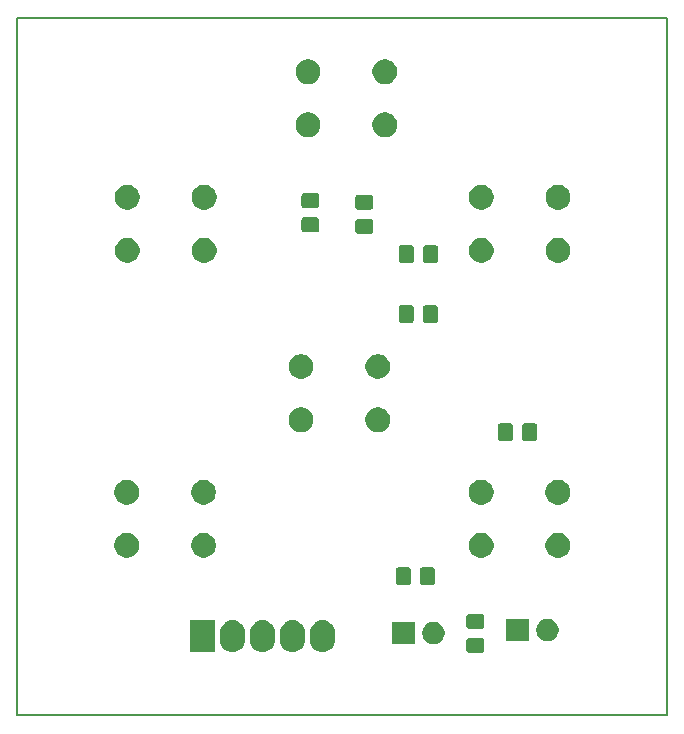
<source format=gbr>
G04 #@! TF.GenerationSoftware,KiCad,Pcbnew,5.0.2+dfsg1-1*
G04 #@! TF.CreationDate,2019-08-29T13:22:36-03:00*
G04 #@! TF.ProjectId,teclado_contador_geiger,7465636c-6164-46f5-9f63-6f6e7461646f,rev?*
G04 #@! TF.SameCoordinates,Original*
G04 #@! TF.FileFunction,Soldermask,Bot*
G04 #@! TF.FilePolarity,Negative*
%FSLAX46Y46*%
G04 Gerber Fmt 4.6, Leading zero omitted, Abs format (unit mm)*
G04 Created by KiCad (PCBNEW 5.0.2+dfsg1-1) date jue 29 ago 2019 13:22:36 -03*
%MOMM*%
%LPD*%
G01*
G04 APERTURE LIST*
%ADD10C,0.200000*%
%ADD11C,0.100000*%
G04 APERTURE END LIST*
D10*
X105000000Y-105504000D02*
X160000000Y-105504000D01*
X160000000Y-46504000D02*
X160000000Y-105504000D01*
X105000000Y-46504000D02*
X105000000Y-105504000D01*
X105000000Y-46504000D02*
X160000000Y-46504000D01*
D11*
G36*
X144352677Y-98964465D02*
X144390364Y-98975898D01*
X144425103Y-98994466D01*
X144455548Y-99019452D01*
X144480534Y-99049897D01*
X144499102Y-99084636D01*
X144510535Y-99122323D01*
X144515000Y-99167661D01*
X144515000Y-100004339D01*
X144510535Y-100049677D01*
X144499102Y-100087364D01*
X144480534Y-100122103D01*
X144455548Y-100152548D01*
X144425103Y-100177534D01*
X144390364Y-100196102D01*
X144352677Y-100207535D01*
X144307339Y-100212000D01*
X143220661Y-100212000D01*
X143175323Y-100207535D01*
X143137636Y-100196102D01*
X143102897Y-100177534D01*
X143072452Y-100152548D01*
X143047466Y-100122103D01*
X143028898Y-100087364D01*
X143017465Y-100049677D01*
X143013000Y-100004339D01*
X143013000Y-99167661D01*
X143017465Y-99122323D01*
X143028898Y-99084636D01*
X143047466Y-99049897D01*
X143072452Y-99019452D01*
X143102897Y-98994466D01*
X143137636Y-98975898D01*
X143175323Y-98964465D01*
X143220661Y-98960000D01*
X144307339Y-98960000D01*
X144352677Y-98964465D01*
X144352677Y-98964465D01*
G37*
G36*
X123396031Y-97470207D02*
X123594145Y-97530305D01*
X123776729Y-97627897D01*
X123936765Y-97759235D01*
X123936766Y-97759237D01*
X123936768Y-97759238D01*
X123981143Y-97813310D01*
X124068103Y-97919271D01*
X124165695Y-98101854D01*
X124225793Y-98299968D01*
X124241000Y-98454370D01*
X124241000Y-99157629D01*
X124225793Y-99312031D01*
X124200695Y-99394766D01*
X124165695Y-99510147D01*
X124113531Y-99607739D01*
X124068103Y-99692729D01*
X123936765Y-99852765D01*
X123776729Y-99984103D01*
X123594146Y-100081695D01*
X123396032Y-100141793D01*
X123190000Y-100162085D01*
X122983969Y-100141793D01*
X122785855Y-100081695D01*
X122603272Y-99984103D01*
X122443236Y-99852765D01*
X122311899Y-99692731D01*
X122214306Y-99510148D01*
X122179305Y-99394765D01*
X122154207Y-99312032D01*
X122139000Y-99157630D01*
X122139000Y-98454371D01*
X122154207Y-98299969D01*
X122214305Y-98101855D01*
X122311897Y-97919271D01*
X122443235Y-97759235D01*
X122443237Y-97759234D01*
X122443238Y-97759232D01*
X122539257Y-97680432D01*
X122603271Y-97627897D01*
X122785854Y-97530305D01*
X122983968Y-97470207D01*
X123190000Y-97449915D01*
X123396031Y-97470207D01*
X123396031Y-97470207D01*
G37*
G36*
X125936031Y-97470207D02*
X126134145Y-97530305D01*
X126316729Y-97627897D01*
X126476765Y-97759235D01*
X126476766Y-97759237D01*
X126476768Y-97759238D01*
X126521143Y-97813310D01*
X126608103Y-97919271D01*
X126705695Y-98101854D01*
X126765793Y-98299968D01*
X126781000Y-98454370D01*
X126781000Y-99157629D01*
X126765793Y-99312031D01*
X126740695Y-99394766D01*
X126705695Y-99510147D01*
X126653531Y-99607739D01*
X126608103Y-99692729D01*
X126476765Y-99852765D01*
X126316729Y-99984103D01*
X126134146Y-100081695D01*
X125936032Y-100141793D01*
X125730000Y-100162085D01*
X125523969Y-100141793D01*
X125325855Y-100081695D01*
X125143272Y-99984103D01*
X124983236Y-99852765D01*
X124851899Y-99692731D01*
X124754306Y-99510148D01*
X124719305Y-99394765D01*
X124694207Y-99312032D01*
X124679000Y-99157630D01*
X124679000Y-98454371D01*
X124694207Y-98299969D01*
X124754305Y-98101855D01*
X124851897Y-97919271D01*
X124983235Y-97759235D01*
X124983237Y-97759234D01*
X124983238Y-97759232D01*
X125079257Y-97680432D01*
X125143271Y-97627897D01*
X125325854Y-97530305D01*
X125523968Y-97470207D01*
X125730000Y-97449915D01*
X125936031Y-97470207D01*
X125936031Y-97470207D01*
G37*
G36*
X131016031Y-97470207D02*
X131214145Y-97530305D01*
X131396729Y-97627897D01*
X131556765Y-97759235D01*
X131556766Y-97759237D01*
X131556768Y-97759238D01*
X131601143Y-97813310D01*
X131688103Y-97919271D01*
X131785695Y-98101854D01*
X131845793Y-98299968D01*
X131861000Y-98454370D01*
X131861000Y-99157629D01*
X131845793Y-99312031D01*
X131820695Y-99394766D01*
X131785695Y-99510147D01*
X131733531Y-99607739D01*
X131688103Y-99692729D01*
X131556765Y-99852765D01*
X131396729Y-99984103D01*
X131214146Y-100081695D01*
X131016032Y-100141793D01*
X130810000Y-100162085D01*
X130603969Y-100141793D01*
X130405855Y-100081695D01*
X130223272Y-99984103D01*
X130063236Y-99852765D01*
X129931899Y-99692731D01*
X129834306Y-99510148D01*
X129799305Y-99394765D01*
X129774207Y-99312032D01*
X129759000Y-99157630D01*
X129759000Y-98454371D01*
X129774207Y-98299969D01*
X129834305Y-98101855D01*
X129931897Y-97919271D01*
X130063235Y-97759235D01*
X130063237Y-97759234D01*
X130063238Y-97759232D01*
X130159257Y-97680432D01*
X130223271Y-97627897D01*
X130405854Y-97530305D01*
X130603968Y-97470207D01*
X130810000Y-97449915D01*
X131016031Y-97470207D01*
X131016031Y-97470207D01*
G37*
G36*
X128476031Y-97470207D02*
X128674145Y-97530305D01*
X128856729Y-97627897D01*
X129016765Y-97759235D01*
X129016766Y-97759237D01*
X129016768Y-97759238D01*
X129061143Y-97813310D01*
X129148103Y-97919271D01*
X129245695Y-98101854D01*
X129305793Y-98299968D01*
X129321000Y-98454370D01*
X129321000Y-99157629D01*
X129305793Y-99312031D01*
X129280695Y-99394766D01*
X129245695Y-99510147D01*
X129193531Y-99607739D01*
X129148103Y-99692729D01*
X129016765Y-99852765D01*
X128856729Y-99984103D01*
X128674146Y-100081695D01*
X128476032Y-100141793D01*
X128270000Y-100162085D01*
X128063969Y-100141793D01*
X127865855Y-100081695D01*
X127683272Y-99984103D01*
X127523236Y-99852765D01*
X127391899Y-99692731D01*
X127294306Y-99510148D01*
X127259305Y-99394765D01*
X127234207Y-99312032D01*
X127219000Y-99157630D01*
X127219000Y-98454371D01*
X127234207Y-98299969D01*
X127294305Y-98101855D01*
X127391897Y-97919271D01*
X127523235Y-97759235D01*
X127523237Y-97759234D01*
X127523238Y-97759232D01*
X127619257Y-97680432D01*
X127683271Y-97627897D01*
X127865854Y-97530305D01*
X128063968Y-97470207D01*
X128270000Y-97449915D01*
X128476031Y-97470207D01*
X128476031Y-97470207D01*
G37*
G36*
X121701000Y-100157000D02*
X119599000Y-100157000D01*
X119599000Y-97455000D01*
X121701000Y-97455000D01*
X121701000Y-100157000D01*
X121701000Y-100157000D01*
G37*
G36*
X138619000Y-99503000D02*
X136717000Y-99503000D01*
X136717000Y-97601000D01*
X138619000Y-97601000D01*
X138619000Y-99503000D01*
X138619000Y-99503000D01*
G37*
G36*
X140485396Y-97637546D02*
X140658466Y-97709234D01*
X140814230Y-97813312D01*
X140946688Y-97945770D01*
X141050766Y-98101534D01*
X141122454Y-98274604D01*
X141159000Y-98458333D01*
X141159000Y-98645667D01*
X141122454Y-98829396D01*
X141050766Y-99002466D01*
X140946688Y-99158230D01*
X140814230Y-99290688D01*
X140658466Y-99394766D01*
X140485396Y-99466454D01*
X140301667Y-99503000D01*
X140114333Y-99503000D01*
X139930604Y-99466454D01*
X139757534Y-99394766D01*
X139601770Y-99290688D01*
X139469312Y-99158230D01*
X139365234Y-99002466D01*
X139293546Y-98829396D01*
X139257000Y-98645667D01*
X139257000Y-98458333D01*
X139293546Y-98274604D01*
X139365234Y-98101534D01*
X139469312Y-97945770D01*
X139601770Y-97813312D01*
X139757534Y-97709234D01*
X139930604Y-97637546D01*
X140114333Y-97601000D01*
X140301667Y-97601000D01*
X140485396Y-97637546D01*
X140485396Y-97637546D01*
G37*
G36*
X150137396Y-97383546D02*
X150310466Y-97455234D01*
X150466230Y-97559312D01*
X150598688Y-97691770D01*
X150702766Y-97847534D01*
X150774454Y-98020604D01*
X150811000Y-98204333D01*
X150811000Y-98391667D01*
X150774454Y-98575396D01*
X150702766Y-98748466D01*
X150598688Y-98904230D01*
X150466230Y-99036688D01*
X150310466Y-99140766D01*
X150137396Y-99212454D01*
X149953667Y-99249000D01*
X149766333Y-99249000D01*
X149582604Y-99212454D01*
X149409534Y-99140766D01*
X149253770Y-99036688D01*
X149121312Y-98904230D01*
X149017234Y-98748466D01*
X148945546Y-98575396D01*
X148909000Y-98391667D01*
X148909000Y-98204333D01*
X148945546Y-98020604D01*
X149017234Y-97847534D01*
X149121312Y-97691770D01*
X149253770Y-97559312D01*
X149409534Y-97455234D01*
X149582604Y-97383546D01*
X149766333Y-97347000D01*
X149953667Y-97347000D01*
X150137396Y-97383546D01*
X150137396Y-97383546D01*
G37*
G36*
X148271000Y-99249000D02*
X146369000Y-99249000D01*
X146369000Y-97347000D01*
X148271000Y-97347000D01*
X148271000Y-99249000D01*
X148271000Y-99249000D01*
G37*
G36*
X144352677Y-96914465D02*
X144390364Y-96925898D01*
X144425103Y-96944466D01*
X144455548Y-96969452D01*
X144480534Y-96999897D01*
X144499102Y-97034636D01*
X144510535Y-97072323D01*
X144515000Y-97117661D01*
X144515000Y-97954339D01*
X144510535Y-97999677D01*
X144499102Y-98037364D01*
X144480534Y-98072103D01*
X144455548Y-98102548D01*
X144425103Y-98127534D01*
X144390364Y-98146102D01*
X144352677Y-98157535D01*
X144307339Y-98162000D01*
X143220661Y-98162000D01*
X143175323Y-98157535D01*
X143137636Y-98146102D01*
X143102897Y-98127534D01*
X143072452Y-98102548D01*
X143047466Y-98072103D01*
X143028898Y-98037364D01*
X143017465Y-97999677D01*
X143013000Y-97954339D01*
X143013000Y-97117661D01*
X143017465Y-97072323D01*
X143028898Y-97034636D01*
X143047466Y-96999897D01*
X143072452Y-96969452D01*
X143102897Y-96944466D01*
X143137636Y-96925898D01*
X143175323Y-96914465D01*
X143220661Y-96910000D01*
X144307339Y-96910000D01*
X144352677Y-96914465D01*
X144352677Y-96914465D01*
G37*
G36*
X140172677Y-92979465D02*
X140210364Y-92990898D01*
X140245103Y-93009466D01*
X140275548Y-93034452D01*
X140300534Y-93064897D01*
X140319102Y-93099636D01*
X140330535Y-93137323D01*
X140335000Y-93182661D01*
X140335000Y-94269339D01*
X140330535Y-94314677D01*
X140319102Y-94352364D01*
X140300534Y-94387103D01*
X140275548Y-94417548D01*
X140245103Y-94442534D01*
X140210364Y-94461102D01*
X140172677Y-94472535D01*
X140127339Y-94477000D01*
X139290661Y-94477000D01*
X139245323Y-94472535D01*
X139207636Y-94461102D01*
X139172897Y-94442534D01*
X139142452Y-94417548D01*
X139117466Y-94387103D01*
X139098898Y-94352364D01*
X139087465Y-94314677D01*
X139083000Y-94269339D01*
X139083000Y-93182661D01*
X139087465Y-93137323D01*
X139098898Y-93099636D01*
X139117466Y-93064897D01*
X139142452Y-93034452D01*
X139172897Y-93009466D01*
X139207636Y-92990898D01*
X139245323Y-92979465D01*
X139290661Y-92975000D01*
X140127339Y-92975000D01*
X140172677Y-92979465D01*
X140172677Y-92979465D01*
G37*
G36*
X138122677Y-92979465D02*
X138160364Y-92990898D01*
X138195103Y-93009466D01*
X138225548Y-93034452D01*
X138250534Y-93064897D01*
X138269102Y-93099636D01*
X138280535Y-93137323D01*
X138285000Y-93182661D01*
X138285000Y-94269339D01*
X138280535Y-94314677D01*
X138269102Y-94352364D01*
X138250534Y-94387103D01*
X138225548Y-94417548D01*
X138195103Y-94442534D01*
X138160364Y-94461102D01*
X138122677Y-94472535D01*
X138077339Y-94477000D01*
X137240661Y-94477000D01*
X137195323Y-94472535D01*
X137157636Y-94461102D01*
X137122897Y-94442534D01*
X137092452Y-94417548D01*
X137067466Y-94387103D01*
X137048898Y-94352364D01*
X137037465Y-94314677D01*
X137033000Y-94269339D01*
X137033000Y-93182661D01*
X137037465Y-93137323D01*
X137048898Y-93099636D01*
X137067466Y-93064897D01*
X137092452Y-93034452D01*
X137122897Y-93009466D01*
X137157636Y-92990898D01*
X137195323Y-92979465D01*
X137240661Y-92975000D01*
X138077339Y-92975000D01*
X138122677Y-92979465D01*
X138122677Y-92979465D01*
G37*
G36*
X144560565Y-90107389D02*
X144751834Y-90186615D01*
X144923976Y-90301637D01*
X145070363Y-90448024D01*
X145185385Y-90620166D01*
X145264611Y-90811435D01*
X145305000Y-91014484D01*
X145305000Y-91221516D01*
X145264611Y-91424565D01*
X145185385Y-91615834D01*
X145070363Y-91787976D01*
X144923976Y-91934363D01*
X144751834Y-92049385D01*
X144560565Y-92128611D01*
X144357516Y-92169000D01*
X144150484Y-92169000D01*
X143947435Y-92128611D01*
X143756166Y-92049385D01*
X143584024Y-91934363D01*
X143437637Y-91787976D01*
X143322615Y-91615834D01*
X143243389Y-91424565D01*
X143203000Y-91221516D01*
X143203000Y-91014484D01*
X143243389Y-90811435D01*
X143322615Y-90620166D01*
X143437637Y-90448024D01*
X143584024Y-90301637D01*
X143756166Y-90186615D01*
X143947435Y-90107389D01*
X144150484Y-90067000D01*
X144357516Y-90067000D01*
X144560565Y-90107389D01*
X144560565Y-90107389D01*
G37*
G36*
X151060565Y-90107389D02*
X151251834Y-90186615D01*
X151423976Y-90301637D01*
X151570363Y-90448024D01*
X151685385Y-90620166D01*
X151764611Y-90811435D01*
X151805000Y-91014484D01*
X151805000Y-91221516D01*
X151764611Y-91424565D01*
X151685385Y-91615834D01*
X151570363Y-91787976D01*
X151423976Y-91934363D01*
X151251834Y-92049385D01*
X151060565Y-92128611D01*
X150857516Y-92169000D01*
X150650484Y-92169000D01*
X150447435Y-92128611D01*
X150256166Y-92049385D01*
X150084024Y-91934363D01*
X149937637Y-91787976D01*
X149822615Y-91615834D01*
X149743389Y-91424565D01*
X149703000Y-91221516D01*
X149703000Y-91014484D01*
X149743389Y-90811435D01*
X149822615Y-90620166D01*
X149937637Y-90448024D01*
X150084024Y-90301637D01*
X150256166Y-90186615D01*
X150447435Y-90107389D01*
X150650484Y-90067000D01*
X150857516Y-90067000D01*
X151060565Y-90107389D01*
X151060565Y-90107389D01*
G37*
G36*
X114560565Y-90103389D02*
X114751834Y-90182615D01*
X114923976Y-90297637D01*
X115070363Y-90444024D01*
X115185385Y-90616166D01*
X115264611Y-90807435D01*
X115305000Y-91010484D01*
X115305000Y-91217516D01*
X115264611Y-91420565D01*
X115185385Y-91611834D01*
X115070363Y-91783976D01*
X114923976Y-91930363D01*
X114751834Y-92045385D01*
X114560565Y-92124611D01*
X114357516Y-92165000D01*
X114150484Y-92165000D01*
X113947435Y-92124611D01*
X113756166Y-92045385D01*
X113584024Y-91930363D01*
X113437637Y-91783976D01*
X113322615Y-91611834D01*
X113243389Y-91420565D01*
X113203000Y-91217516D01*
X113203000Y-91010484D01*
X113243389Y-90807435D01*
X113322615Y-90616166D01*
X113437637Y-90444024D01*
X113584024Y-90297637D01*
X113756166Y-90182615D01*
X113947435Y-90103389D01*
X114150484Y-90063000D01*
X114357516Y-90063000D01*
X114560565Y-90103389D01*
X114560565Y-90103389D01*
G37*
G36*
X121060565Y-90103389D02*
X121251834Y-90182615D01*
X121423976Y-90297637D01*
X121570363Y-90444024D01*
X121685385Y-90616166D01*
X121764611Y-90807435D01*
X121805000Y-91010484D01*
X121805000Y-91217516D01*
X121764611Y-91420565D01*
X121685385Y-91611834D01*
X121570363Y-91783976D01*
X121423976Y-91930363D01*
X121251834Y-92045385D01*
X121060565Y-92124611D01*
X120857516Y-92165000D01*
X120650484Y-92165000D01*
X120447435Y-92124611D01*
X120256166Y-92045385D01*
X120084024Y-91930363D01*
X119937637Y-91783976D01*
X119822615Y-91611834D01*
X119743389Y-91420565D01*
X119703000Y-91217516D01*
X119703000Y-91010484D01*
X119743389Y-90807435D01*
X119822615Y-90616166D01*
X119937637Y-90444024D01*
X120084024Y-90297637D01*
X120256166Y-90182615D01*
X120447435Y-90103389D01*
X120650484Y-90063000D01*
X120857516Y-90063000D01*
X121060565Y-90103389D01*
X121060565Y-90103389D01*
G37*
G36*
X144560565Y-85607389D02*
X144751834Y-85686615D01*
X144923976Y-85801637D01*
X145070363Y-85948024D01*
X145185385Y-86120166D01*
X145264611Y-86311435D01*
X145305000Y-86514484D01*
X145305000Y-86721516D01*
X145264611Y-86924565D01*
X145185385Y-87115834D01*
X145070363Y-87287976D01*
X144923976Y-87434363D01*
X144751834Y-87549385D01*
X144560565Y-87628611D01*
X144357516Y-87669000D01*
X144150484Y-87669000D01*
X143947435Y-87628611D01*
X143756166Y-87549385D01*
X143584024Y-87434363D01*
X143437637Y-87287976D01*
X143322615Y-87115834D01*
X143243389Y-86924565D01*
X143203000Y-86721516D01*
X143203000Y-86514484D01*
X143243389Y-86311435D01*
X143322615Y-86120166D01*
X143437637Y-85948024D01*
X143584024Y-85801637D01*
X143756166Y-85686615D01*
X143947435Y-85607389D01*
X144150484Y-85567000D01*
X144357516Y-85567000D01*
X144560565Y-85607389D01*
X144560565Y-85607389D01*
G37*
G36*
X151060565Y-85607389D02*
X151251834Y-85686615D01*
X151423976Y-85801637D01*
X151570363Y-85948024D01*
X151685385Y-86120166D01*
X151764611Y-86311435D01*
X151805000Y-86514484D01*
X151805000Y-86721516D01*
X151764611Y-86924565D01*
X151685385Y-87115834D01*
X151570363Y-87287976D01*
X151423976Y-87434363D01*
X151251834Y-87549385D01*
X151060565Y-87628611D01*
X150857516Y-87669000D01*
X150650484Y-87669000D01*
X150447435Y-87628611D01*
X150256166Y-87549385D01*
X150084024Y-87434363D01*
X149937637Y-87287976D01*
X149822615Y-87115834D01*
X149743389Y-86924565D01*
X149703000Y-86721516D01*
X149703000Y-86514484D01*
X149743389Y-86311435D01*
X149822615Y-86120166D01*
X149937637Y-85948024D01*
X150084024Y-85801637D01*
X150256166Y-85686615D01*
X150447435Y-85607389D01*
X150650484Y-85567000D01*
X150857516Y-85567000D01*
X151060565Y-85607389D01*
X151060565Y-85607389D01*
G37*
G36*
X114560565Y-85603389D02*
X114751834Y-85682615D01*
X114923976Y-85797637D01*
X115070363Y-85944024D01*
X115185385Y-86116166D01*
X115264611Y-86307435D01*
X115305000Y-86510484D01*
X115305000Y-86717516D01*
X115264611Y-86920565D01*
X115185385Y-87111834D01*
X115070363Y-87283976D01*
X114923976Y-87430363D01*
X114751834Y-87545385D01*
X114560565Y-87624611D01*
X114357516Y-87665000D01*
X114150484Y-87665000D01*
X113947435Y-87624611D01*
X113756166Y-87545385D01*
X113584024Y-87430363D01*
X113437637Y-87283976D01*
X113322615Y-87111834D01*
X113243389Y-86920565D01*
X113203000Y-86717516D01*
X113203000Y-86510484D01*
X113243389Y-86307435D01*
X113322615Y-86116166D01*
X113437637Y-85944024D01*
X113584024Y-85797637D01*
X113756166Y-85682615D01*
X113947435Y-85603389D01*
X114150484Y-85563000D01*
X114357516Y-85563000D01*
X114560565Y-85603389D01*
X114560565Y-85603389D01*
G37*
G36*
X121060565Y-85603389D02*
X121251834Y-85682615D01*
X121423976Y-85797637D01*
X121570363Y-85944024D01*
X121685385Y-86116166D01*
X121764611Y-86307435D01*
X121805000Y-86510484D01*
X121805000Y-86717516D01*
X121764611Y-86920565D01*
X121685385Y-87111834D01*
X121570363Y-87283976D01*
X121423976Y-87430363D01*
X121251834Y-87545385D01*
X121060565Y-87624611D01*
X120857516Y-87665000D01*
X120650484Y-87665000D01*
X120447435Y-87624611D01*
X120256166Y-87545385D01*
X120084024Y-87430363D01*
X119937637Y-87283976D01*
X119822615Y-87111834D01*
X119743389Y-86920565D01*
X119703000Y-86717516D01*
X119703000Y-86510484D01*
X119743389Y-86307435D01*
X119822615Y-86116166D01*
X119937637Y-85944024D01*
X120084024Y-85797637D01*
X120256166Y-85682615D01*
X120447435Y-85603389D01*
X120650484Y-85563000D01*
X120857516Y-85563000D01*
X121060565Y-85603389D01*
X121060565Y-85603389D01*
G37*
G36*
X148817677Y-80787465D02*
X148855364Y-80798898D01*
X148890103Y-80817466D01*
X148920548Y-80842452D01*
X148945534Y-80872897D01*
X148964102Y-80907636D01*
X148975535Y-80945323D01*
X148980000Y-80990661D01*
X148980000Y-82077339D01*
X148975535Y-82122677D01*
X148964102Y-82160364D01*
X148945534Y-82195103D01*
X148920548Y-82225548D01*
X148890103Y-82250534D01*
X148855364Y-82269102D01*
X148817677Y-82280535D01*
X148772339Y-82285000D01*
X147935661Y-82285000D01*
X147890323Y-82280535D01*
X147852636Y-82269102D01*
X147817897Y-82250534D01*
X147787452Y-82225548D01*
X147762466Y-82195103D01*
X147743898Y-82160364D01*
X147732465Y-82122677D01*
X147728000Y-82077339D01*
X147728000Y-80990661D01*
X147732465Y-80945323D01*
X147743898Y-80907636D01*
X147762466Y-80872897D01*
X147787452Y-80842452D01*
X147817897Y-80817466D01*
X147852636Y-80798898D01*
X147890323Y-80787465D01*
X147935661Y-80783000D01*
X148772339Y-80783000D01*
X148817677Y-80787465D01*
X148817677Y-80787465D01*
G37*
G36*
X146767677Y-80787465D02*
X146805364Y-80798898D01*
X146840103Y-80817466D01*
X146870548Y-80842452D01*
X146895534Y-80872897D01*
X146914102Y-80907636D01*
X146925535Y-80945323D01*
X146930000Y-80990661D01*
X146930000Y-82077339D01*
X146925535Y-82122677D01*
X146914102Y-82160364D01*
X146895534Y-82195103D01*
X146870548Y-82225548D01*
X146840103Y-82250534D01*
X146805364Y-82269102D01*
X146767677Y-82280535D01*
X146722339Y-82285000D01*
X145885661Y-82285000D01*
X145840323Y-82280535D01*
X145802636Y-82269102D01*
X145767897Y-82250534D01*
X145737452Y-82225548D01*
X145712466Y-82195103D01*
X145693898Y-82160364D01*
X145682465Y-82122677D01*
X145678000Y-82077339D01*
X145678000Y-80990661D01*
X145682465Y-80945323D01*
X145693898Y-80907636D01*
X145712466Y-80872897D01*
X145737452Y-80842452D01*
X145767897Y-80817466D01*
X145802636Y-80798898D01*
X145840323Y-80787465D01*
X145885661Y-80783000D01*
X146722339Y-80783000D01*
X146767677Y-80787465D01*
X146767677Y-80787465D01*
G37*
G36*
X135806565Y-79457389D02*
X135997834Y-79536615D01*
X136169976Y-79651637D01*
X136316363Y-79798024D01*
X136431385Y-79970166D01*
X136510611Y-80161435D01*
X136551000Y-80364484D01*
X136551000Y-80571516D01*
X136510611Y-80774565D01*
X136431385Y-80965834D01*
X136316363Y-81137976D01*
X136169976Y-81284363D01*
X135997834Y-81399385D01*
X135806565Y-81478611D01*
X135603516Y-81519000D01*
X135396484Y-81519000D01*
X135193435Y-81478611D01*
X135002166Y-81399385D01*
X134830024Y-81284363D01*
X134683637Y-81137976D01*
X134568615Y-80965834D01*
X134489389Y-80774565D01*
X134449000Y-80571516D01*
X134449000Y-80364484D01*
X134489389Y-80161435D01*
X134568615Y-79970166D01*
X134683637Y-79798024D01*
X134830024Y-79651637D01*
X135002166Y-79536615D01*
X135193435Y-79457389D01*
X135396484Y-79417000D01*
X135603516Y-79417000D01*
X135806565Y-79457389D01*
X135806565Y-79457389D01*
G37*
G36*
X129306565Y-79457389D02*
X129497834Y-79536615D01*
X129669976Y-79651637D01*
X129816363Y-79798024D01*
X129931385Y-79970166D01*
X130010611Y-80161435D01*
X130051000Y-80364484D01*
X130051000Y-80571516D01*
X130010611Y-80774565D01*
X129931385Y-80965834D01*
X129816363Y-81137976D01*
X129669976Y-81284363D01*
X129497834Y-81399385D01*
X129306565Y-81478611D01*
X129103516Y-81519000D01*
X128896484Y-81519000D01*
X128693435Y-81478611D01*
X128502166Y-81399385D01*
X128330024Y-81284363D01*
X128183637Y-81137976D01*
X128068615Y-80965834D01*
X127989389Y-80774565D01*
X127949000Y-80571516D01*
X127949000Y-80364484D01*
X127989389Y-80161435D01*
X128068615Y-79970166D01*
X128183637Y-79798024D01*
X128330024Y-79651637D01*
X128502166Y-79536615D01*
X128693435Y-79457389D01*
X128896484Y-79417000D01*
X129103516Y-79417000D01*
X129306565Y-79457389D01*
X129306565Y-79457389D01*
G37*
G36*
X129306565Y-74957389D02*
X129497834Y-75036615D01*
X129669976Y-75151637D01*
X129816363Y-75298024D01*
X129931385Y-75470166D01*
X130010611Y-75661435D01*
X130051000Y-75864484D01*
X130051000Y-76071516D01*
X130010611Y-76274565D01*
X129931385Y-76465834D01*
X129816363Y-76637976D01*
X129669976Y-76784363D01*
X129497834Y-76899385D01*
X129306565Y-76978611D01*
X129103516Y-77019000D01*
X128896484Y-77019000D01*
X128693435Y-76978611D01*
X128502166Y-76899385D01*
X128330024Y-76784363D01*
X128183637Y-76637976D01*
X128068615Y-76465834D01*
X127989389Y-76274565D01*
X127949000Y-76071516D01*
X127949000Y-75864484D01*
X127989389Y-75661435D01*
X128068615Y-75470166D01*
X128183637Y-75298024D01*
X128330024Y-75151637D01*
X128502166Y-75036615D01*
X128693435Y-74957389D01*
X128896484Y-74917000D01*
X129103516Y-74917000D01*
X129306565Y-74957389D01*
X129306565Y-74957389D01*
G37*
G36*
X135806565Y-74957389D02*
X135997834Y-75036615D01*
X136169976Y-75151637D01*
X136316363Y-75298024D01*
X136431385Y-75470166D01*
X136510611Y-75661435D01*
X136551000Y-75864484D01*
X136551000Y-76071516D01*
X136510611Y-76274565D01*
X136431385Y-76465834D01*
X136316363Y-76637976D01*
X136169976Y-76784363D01*
X135997834Y-76899385D01*
X135806565Y-76978611D01*
X135603516Y-77019000D01*
X135396484Y-77019000D01*
X135193435Y-76978611D01*
X135002166Y-76899385D01*
X134830024Y-76784363D01*
X134683637Y-76637976D01*
X134568615Y-76465834D01*
X134489389Y-76274565D01*
X134449000Y-76071516D01*
X134449000Y-75864484D01*
X134489389Y-75661435D01*
X134568615Y-75470166D01*
X134683637Y-75298024D01*
X134830024Y-75151637D01*
X135002166Y-75036615D01*
X135193435Y-74957389D01*
X135396484Y-74917000D01*
X135603516Y-74917000D01*
X135806565Y-74957389D01*
X135806565Y-74957389D01*
G37*
G36*
X140426677Y-70779865D02*
X140464364Y-70791298D01*
X140499103Y-70809866D01*
X140529548Y-70834852D01*
X140554534Y-70865297D01*
X140573102Y-70900036D01*
X140584535Y-70937723D01*
X140589000Y-70983061D01*
X140589000Y-72069739D01*
X140584535Y-72115077D01*
X140573102Y-72152764D01*
X140554534Y-72187503D01*
X140529548Y-72217948D01*
X140499103Y-72242934D01*
X140464364Y-72261502D01*
X140426677Y-72272935D01*
X140381339Y-72277400D01*
X139544661Y-72277400D01*
X139499323Y-72272935D01*
X139461636Y-72261502D01*
X139426897Y-72242934D01*
X139396452Y-72217948D01*
X139371466Y-72187503D01*
X139352898Y-72152764D01*
X139341465Y-72115077D01*
X139337000Y-72069739D01*
X139337000Y-70983061D01*
X139341465Y-70937723D01*
X139352898Y-70900036D01*
X139371466Y-70865297D01*
X139396452Y-70834852D01*
X139426897Y-70809866D01*
X139461636Y-70791298D01*
X139499323Y-70779865D01*
X139544661Y-70775400D01*
X140381339Y-70775400D01*
X140426677Y-70779865D01*
X140426677Y-70779865D01*
G37*
G36*
X138376677Y-70779865D02*
X138414364Y-70791298D01*
X138449103Y-70809866D01*
X138479548Y-70834852D01*
X138504534Y-70865297D01*
X138523102Y-70900036D01*
X138534535Y-70937723D01*
X138539000Y-70983061D01*
X138539000Y-72069739D01*
X138534535Y-72115077D01*
X138523102Y-72152764D01*
X138504534Y-72187503D01*
X138479548Y-72217948D01*
X138449103Y-72242934D01*
X138414364Y-72261502D01*
X138376677Y-72272935D01*
X138331339Y-72277400D01*
X137494661Y-72277400D01*
X137449323Y-72272935D01*
X137411636Y-72261502D01*
X137376897Y-72242934D01*
X137346452Y-72217948D01*
X137321466Y-72187503D01*
X137302898Y-72152764D01*
X137291465Y-72115077D01*
X137287000Y-72069739D01*
X137287000Y-70983061D01*
X137291465Y-70937723D01*
X137302898Y-70900036D01*
X137321466Y-70865297D01*
X137346452Y-70834852D01*
X137376897Y-70809866D01*
X137411636Y-70791298D01*
X137449323Y-70779865D01*
X137494661Y-70775400D01*
X138331339Y-70775400D01*
X138376677Y-70779865D01*
X138376677Y-70779865D01*
G37*
G36*
X138385677Y-65699865D02*
X138423364Y-65711298D01*
X138458103Y-65729866D01*
X138488548Y-65754852D01*
X138513534Y-65785297D01*
X138532102Y-65820036D01*
X138543535Y-65857723D01*
X138548000Y-65903061D01*
X138548000Y-66989739D01*
X138543535Y-67035077D01*
X138532102Y-67072764D01*
X138513534Y-67107503D01*
X138488548Y-67137948D01*
X138458103Y-67162934D01*
X138423364Y-67181502D01*
X138385677Y-67192935D01*
X138340339Y-67197400D01*
X137503661Y-67197400D01*
X137458323Y-67192935D01*
X137420636Y-67181502D01*
X137385897Y-67162934D01*
X137355452Y-67137948D01*
X137330466Y-67107503D01*
X137311898Y-67072764D01*
X137300465Y-67035077D01*
X137296000Y-66989739D01*
X137296000Y-65903061D01*
X137300465Y-65857723D01*
X137311898Y-65820036D01*
X137330466Y-65785297D01*
X137355452Y-65754852D01*
X137385897Y-65729866D01*
X137420636Y-65711298D01*
X137458323Y-65699865D01*
X137503661Y-65695400D01*
X138340339Y-65695400D01*
X138385677Y-65699865D01*
X138385677Y-65699865D01*
G37*
G36*
X140435677Y-65699865D02*
X140473364Y-65711298D01*
X140508103Y-65729866D01*
X140538548Y-65754852D01*
X140563534Y-65785297D01*
X140582102Y-65820036D01*
X140593535Y-65857723D01*
X140598000Y-65903061D01*
X140598000Y-66989739D01*
X140593535Y-67035077D01*
X140582102Y-67072764D01*
X140563534Y-67107503D01*
X140538548Y-67137948D01*
X140508103Y-67162934D01*
X140473364Y-67181502D01*
X140435677Y-67192935D01*
X140390339Y-67197400D01*
X139553661Y-67197400D01*
X139508323Y-67192935D01*
X139470636Y-67181502D01*
X139435897Y-67162934D01*
X139405452Y-67137948D01*
X139380466Y-67107503D01*
X139361898Y-67072764D01*
X139350465Y-67035077D01*
X139346000Y-66989739D01*
X139346000Y-65903061D01*
X139350465Y-65857723D01*
X139361898Y-65820036D01*
X139380466Y-65785297D01*
X139405452Y-65754852D01*
X139435897Y-65729866D01*
X139470636Y-65711298D01*
X139508323Y-65699865D01*
X139553661Y-65695400D01*
X140390339Y-65695400D01*
X140435677Y-65699865D01*
X140435677Y-65699865D01*
G37*
G36*
X151076565Y-65131389D02*
X151267834Y-65210615D01*
X151439976Y-65325637D01*
X151586363Y-65472024D01*
X151701385Y-65644166D01*
X151780611Y-65835435D01*
X151821000Y-66038484D01*
X151821000Y-66245516D01*
X151780611Y-66448565D01*
X151701385Y-66639834D01*
X151586363Y-66811976D01*
X151439976Y-66958363D01*
X151267834Y-67073385D01*
X151076565Y-67152611D01*
X150873516Y-67193000D01*
X150666484Y-67193000D01*
X150463435Y-67152611D01*
X150272166Y-67073385D01*
X150100024Y-66958363D01*
X149953637Y-66811976D01*
X149838615Y-66639834D01*
X149759389Y-66448565D01*
X149719000Y-66245516D01*
X149719000Y-66038484D01*
X149759389Y-65835435D01*
X149838615Y-65644166D01*
X149953637Y-65472024D01*
X150100024Y-65325637D01*
X150272166Y-65210615D01*
X150463435Y-65131389D01*
X150666484Y-65091000D01*
X150873516Y-65091000D01*
X151076565Y-65131389D01*
X151076565Y-65131389D01*
G37*
G36*
X144576565Y-65131389D02*
X144767834Y-65210615D01*
X144939976Y-65325637D01*
X145086363Y-65472024D01*
X145201385Y-65644166D01*
X145280611Y-65835435D01*
X145321000Y-66038484D01*
X145321000Y-66245516D01*
X145280611Y-66448565D01*
X145201385Y-66639834D01*
X145086363Y-66811976D01*
X144939976Y-66958363D01*
X144767834Y-67073385D01*
X144576565Y-67152611D01*
X144373516Y-67193000D01*
X144166484Y-67193000D01*
X143963435Y-67152611D01*
X143772166Y-67073385D01*
X143600024Y-66958363D01*
X143453637Y-66811976D01*
X143338615Y-66639834D01*
X143259389Y-66448565D01*
X143219000Y-66245516D01*
X143219000Y-66038484D01*
X143259389Y-65835435D01*
X143338615Y-65644166D01*
X143453637Y-65472024D01*
X143600024Y-65325637D01*
X143772166Y-65210615D01*
X143963435Y-65131389D01*
X144166484Y-65091000D01*
X144373516Y-65091000D01*
X144576565Y-65131389D01*
X144576565Y-65131389D01*
G37*
G36*
X121106565Y-65131389D02*
X121297834Y-65210615D01*
X121469976Y-65325637D01*
X121616363Y-65472024D01*
X121731385Y-65644166D01*
X121810611Y-65835435D01*
X121851000Y-66038484D01*
X121851000Y-66245516D01*
X121810611Y-66448565D01*
X121731385Y-66639834D01*
X121616363Y-66811976D01*
X121469976Y-66958363D01*
X121297834Y-67073385D01*
X121106565Y-67152611D01*
X120903516Y-67193000D01*
X120696484Y-67193000D01*
X120493435Y-67152611D01*
X120302166Y-67073385D01*
X120130024Y-66958363D01*
X119983637Y-66811976D01*
X119868615Y-66639834D01*
X119789389Y-66448565D01*
X119749000Y-66245516D01*
X119749000Y-66038484D01*
X119789389Y-65835435D01*
X119868615Y-65644166D01*
X119983637Y-65472024D01*
X120130024Y-65325637D01*
X120302166Y-65210615D01*
X120493435Y-65131389D01*
X120696484Y-65091000D01*
X120903516Y-65091000D01*
X121106565Y-65131389D01*
X121106565Y-65131389D01*
G37*
G36*
X114606565Y-65131389D02*
X114797834Y-65210615D01*
X114969976Y-65325637D01*
X115116363Y-65472024D01*
X115231385Y-65644166D01*
X115310611Y-65835435D01*
X115351000Y-66038484D01*
X115351000Y-66245516D01*
X115310611Y-66448565D01*
X115231385Y-66639834D01*
X115116363Y-66811976D01*
X114969976Y-66958363D01*
X114797834Y-67073385D01*
X114606565Y-67152611D01*
X114403516Y-67193000D01*
X114196484Y-67193000D01*
X113993435Y-67152611D01*
X113802166Y-67073385D01*
X113630024Y-66958363D01*
X113483637Y-66811976D01*
X113368615Y-66639834D01*
X113289389Y-66448565D01*
X113249000Y-66245516D01*
X113249000Y-66038484D01*
X113289389Y-65835435D01*
X113368615Y-65644166D01*
X113483637Y-65472024D01*
X113630024Y-65325637D01*
X113802166Y-65210615D01*
X113993435Y-65131389D01*
X114196484Y-65091000D01*
X114403516Y-65091000D01*
X114606565Y-65131389D01*
X114606565Y-65131389D01*
G37*
G36*
X134954677Y-63482465D02*
X134992364Y-63493898D01*
X135027103Y-63512466D01*
X135057548Y-63537452D01*
X135082534Y-63567897D01*
X135101102Y-63602636D01*
X135112535Y-63640323D01*
X135117000Y-63685661D01*
X135117000Y-64522339D01*
X135112535Y-64567677D01*
X135101102Y-64605364D01*
X135082534Y-64640103D01*
X135057548Y-64670548D01*
X135027103Y-64695534D01*
X134992364Y-64714102D01*
X134954677Y-64725535D01*
X134909339Y-64730000D01*
X133822661Y-64730000D01*
X133777323Y-64725535D01*
X133739636Y-64714102D01*
X133704897Y-64695534D01*
X133674452Y-64670548D01*
X133649466Y-64640103D01*
X133630898Y-64605364D01*
X133619465Y-64567677D01*
X133615000Y-64522339D01*
X133615000Y-63685661D01*
X133619465Y-63640323D01*
X133630898Y-63602636D01*
X133649466Y-63567897D01*
X133674452Y-63537452D01*
X133704897Y-63512466D01*
X133739636Y-63493898D01*
X133777323Y-63482465D01*
X133822661Y-63478000D01*
X134909339Y-63478000D01*
X134954677Y-63482465D01*
X134954677Y-63482465D01*
G37*
G36*
X130382677Y-63353665D02*
X130420364Y-63365098D01*
X130455103Y-63383666D01*
X130485548Y-63408652D01*
X130510534Y-63439097D01*
X130529102Y-63473836D01*
X130540535Y-63511523D01*
X130545000Y-63556861D01*
X130545000Y-64393539D01*
X130540535Y-64438877D01*
X130529102Y-64476564D01*
X130510534Y-64511303D01*
X130485548Y-64541748D01*
X130455103Y-64566734D01*
X130420364Y-64585302D01*
X130382677Y-64596735D01*
X130337339Y-64601200D01*
X129250661Y-64601200D01*
X129205323Y-64596735D01*
X129167636Y-64585302D01*
X129132897Y-64566734D01*
X129102452Y-64541748D01*
X129077466Y-64511303D01*
X129058898Y-64476564D01*
X129047465Y-64438877D01*
X129043000Y-64393539D01*
X129043000Y-63556861D01*
X129047465Y-63511523D01*
X129058898Y-63473836D01*
X129077466Y-63439097D01*
X129102452Y-63408652D01*
X129132897Y-63383666D01*
X129167636Y-63365098D01*
X129205323Y-63353665D01*
X129250661Y-63349200D01*
X130337339Y-63349200D01*
X130382677Y-63353665D01*
X130382677Y-63353665D01*
G37*
G36*
X114606565Y-60631389D02*
X114797834Y-60710615D01*
X114969976Y-60825637D01*
X115116363Y-60972024D01*
X115231385Y-61144166D01*
X115310611Y-61335435D01*
X115351000Y-61538484D01*
X115351000Y-61745516D01*
X115310611Y-61948565D01*
X115231385Y-62139834D01*
X115116363Y-62311976D01*
X114969976Y-62458363D01*
X114797834Y-62573385D01*
X114606565Y-62652611D01*
X114403516Y-62693000D01*
X114196484Y-62693000D01*
X113993435Y-62652611D01*
X113802166Y-62573385D01*
X113630024Y-62458363D01*
X113483637Y-62311976D01*
X113368615Y-62139834D01*
X113289389Y-61948565D01*
X113249000Y-61745516D01*
X113249000Y-61538484D01*
X113289389Y-61335435D01*
X113368615Y-61144166D01*
X113483637Y-60972024D01*
X113630024Y-60825637D01*
X113802166Y-60710615D01*
X113993435Y-60631389D01*
X114196484Y-60591000D01*
X114403516Y-60591000D01*
X114606565Y-60631389D01*
X114606565Y-60631389D01*
G37*
G36*
X144576565Y-60631389D02*
X144767834Y-60710615D01*
X144939976Y-60825637D01*
X145086363Y-60972024D01*
X145201385Y-61144166D01*
X145280611Y-61335435D01*
X145321000Y-61538484D01*
X145321000Y-61745516D01*
X145280611Y-61948565D01*
X145201385Y-62139834D01*
X145086363Y-62311976D01*
X144939976Y-62458363D01*
X144767834Y-62573385D01*
X144576565Y-62652611D01*
X144373516Y-62693000D01*
X144166484Y-62693000D01*
X143963435Y-62652611D01*
X143772166Y-62573385D01*
X143600024Y-62458363D01*
X143453637Y-62311976D01*
X143338615Y-62139834D01*
X143259389Y-61948565D01*
X143219000Y-61745516D01*
X143219000Y-61538484D01*
X143259389Y-61335435D01*
X143338615Y-61144166D01*
X143453637Y-60972024D01*
X143600024Y-60825637D01*
X143772166Y-60710615D01*
X143963435Y-60631389D01*
X144166484Y-60591000D01*
X144373516Y-60591000D01*
X144576565Y-60631389D01*
X144576565Y-60631389D01*
G37*
G36*
X151076565Y-60631389D02*
X151267834Y-60710615D01*
X151439976Y-60825637D01*
X151586363Y-60972024D01*
X151701385Y-61144166D01*
X151780611Y-61335435D01*
X151821000Y-61538484D01*
X151821000Y-61745516D01*
X151780611Y-61948565D01*
X151701385Y-62139834D01*
X151586363Y-62311976D01*
X151439976Y-62458363D01*
X151267834Y-62573385D01*
X151076565Y-62652611D01*
X150873516Y-62693000D01*
X150666484Y-62693000D01*
X150463435Y-62652611D01*
X150272166Y-62573385D01*
X150100024Y-62458363D01*
X149953637Y-62311976D01*
X149838615Y-62139834D01*
X149759389Y-61948565D01*
X149719000Y-61745516D01*
X149719000Y-61538484D01*
X149759389Y-61335435D01*
X149838615Y-61144166D01*
X149953637Y-60972024D01*
X150100024Y-60825637D01*
X150272166Y-60710615D01*
X150463435Y-60631389D01*
X150666484Y-60591000D01*
X150873516Y-60591000D01*
X151076565Y-60631389D01*
X151076565Y-60631389D01*
G37*
G36*
X121106565Y-60631389D02*
X121297834Y-60710615D01*
X121469976Y-60825637D01*
X121616363Y-60972024D01*
X121731385Y-61144166D01*
X121810611Y-61335435D01*
X121851000Y-61538484D01*
X121851000Y-61745516D01*
X121810611Y-61948565D01*
X121731385Y-62139834D01*
X121616363Y-62311976D01*
X121469976Y-62458363D01*
X121297834Y-62573385D01*
X121106565Y-62652611D01*
X120903516Y-62693000D01*
X120696484Y-62693000D01*
X120493435Y-62652611D01*
X120302166Y-62573385D01*
X120130024Y-62458363D01*
X119983637Y-62311976D01*
X119868615Y-62139834D01*
X119789389Y-61948565D01*
X119749000Y-61745516D01*
X119749000Y-61538484D01*
X119789389Y-61335435D01*
X119868615Y-61144166D01*
X119983637Y-60972024D01*
X120130024Y-60825637D01*
X120302166Y-60710615D01*
X120493435Y-60631389D01*
X120696484Y-60591000D01*
X120903516Y-60591000D01*
X121106565Y-60631389D01*
X121106565Y-60631389D01*
G37*
G36*
X134954677Y-61432465D02*
X134992364Y-61443898D01*
X135027103Y-61462466D01*
X135057548Y-61487452D01*
X135082534Y-61517897D01*
X135101102Y-61552636D01*
X135112535Y-61590323D01*
X135117000Y-61635661D01*
X135117000Y-62472339D01*
X135112535Y-62517677D01*
X135101102Y-62555364D01*
X135082534Y-62590103D01*
X135057548Y-62620548D01*
X135027103Y-62645534D01*
X134992364Y-62664102D01*
X134954677Y-62675535D01*
X134909339Y-62680000D01*
X133822661Y-62680000D01*
X133777323Y-62675535D01*
X133739636Y-62664102D01*
X133704897Y-62645534D01*
X133674452Y-62620548D01*
X133649466Y-62590103D01*
X133630898Y-62555364D01*
X133619465Y-62517677D01*
X133615000Y-62472339D01*
X133615000Y-61635661D01*
X133619465Y-61590323D01*
X133630898Y-61552636D01*
X133649466Y-61517897D01*
X133674452Y-61487452D01*
X133704897Y-61462466D01*
X133739636Y-61443898D01*
X133777323Y-61432465D01*
X133822661Y-61428000D01*
X134909339Y-61428000D01*
X134954677Y-61432465D01*
X134954677Y-61432465D01*
G37*
G36*
X130382677Y-61303665D02*
X130420364Y-61315098D01*
X130455103Y-61333666D01*
X130485548Y-61358652D01*
X130510534Y-61389097D01*
X130529102Y-61423836D01*
X130540535Y-61461523D01*
X130545000Y-61506861D01*
X130545000Y-62343539D01*
X130540535Y-62388877D01*
X130529102Y-62426564D01*
X130510534Y-62461303D01*
X130485548Y-62491748D01*
X130455103Y-62516734D01*
X130420364Y-62535302D01*
X130382677Y-62546735D01*
X130337339Y-62551200D01*
X129250661Y-62551200D01*
X129205323Y-62546735D01*
X129167636Y-62535302D01*
X129132897Y-62516734D01*
X129102452Y-62491748D01*
X129077466Y-62461303D01*
X129058898Y-62426564D01*
X129047465Y-62388877D01*
X129043000Y-62343539D01*
X129043000Y-61506861D01*
X129047465Y-61461523D01*
X129058898Y-61423836D01*
X129077466Y-61389097D01*
X129102452Y-61358652D01*
X129132897Y-61333666D01*
X129167636Y-61315098D01*
X129205323Y-61303665D01*
X129250661Y-61299200D01*
X130337339Y-61299200D01*
X130382677Y-61303665D01*
X130382677Y-61303665D01*
G37*
G36*
X136406565Y-54489389D02*
X136597834Y-54568615D01*
X136769976Y-54683637D01*
X136916363Y-54830024D01*
X137031385Y-55002166D01*
X137110611Y-55193435D01*
X137151000Y-55396484D01*
X137151000Y-55603516D01*
X137110611Y-55806565D01*
X137031385Y-55997834D01*
X136916363Y-56169976D01*
X136769976Y-56316363D01*
X136597834Y-56431385D01*
X136406565Y-56510611D01*
X136203516Y-56551000D01*
X135996484Y-56551000D01*
X135793435Y-56510611D01*
X135602166Y-56431385D01*
X135430024Y-56316363D01*
X135283637Y-56169976D01*
X135168615Y-55997834D01*
X135089389Y-55806565D01*
X135049000Y-55603516D01*
X135049000Y-55396484D01*
X135089389Y-55193435D01*
X135168615Y-55002166D01*
X135283637Y-54830024D01*
X135430024Y-54683637D01*
X135602166Y-54568615D01*
X135793435Y-54489389D01*
X135996484Y-54449000D01*
X136203516Y-54449000D01*
X136406565Y-54489389D01*
X136406565Y-54489389D01*
G37*
G36*
X129906565Y-54489389D02*
X130097834Y-54568615D01*
X130269976Y-54683637D01*
X130416363Y-54830024D01*
X130531385Y-55002166D01*
X130610611Y-55193435D01*
X130651000Y-55396484D01*
X130651000Y-55603516D01*
X130610611Y-55806565D01*
X130531385Y-55997834D01*
X130416363Y-56169976D01*
X130269976Y-56316363D01*
X130097834Y-56431385D01*
X129906565Y-56510611D01*
X129703516Y-56551000D01*
X129496484Y-56551000D01*
X129293435Y-56510611D01*
X129102166Y-56431385D01*
X128930024Y-56316363D01*
X128783637Y-56169976D01*
X128668615Y-55997834D01*
X128589389Y-55806565D01*
X128549000Y-55603516D01*
X128549000Y-55396484D01*
X128589389Y-55193435D01*
X128668615Y-55002166D01*
X128783637Y-54830024D01*
X128930024Y-54683637D01*
X129102166Y-54568615D01*
X129293435Y-54489389D01*
X129496484Y-54449000D01*
X129703516Y-54449000D01*
X129906565Y-54489389D01*
X129906565Y-54489389D01*
G37*
G36*
X136406565Y-49989389D02*
X136597834Y-50068615D01*
X136769976Y-50183637D01*
X136916363Y-50330024D01*
X137031385Y-50502166D01*
X137110611Y-50693435D01*
X137151000Y-50896484D01*
X137151000Y-51103516D01*
X137110611Y-51306565D01*
X137031385Y-51497834D01*
X136916363Y-51669976D01*
X136769976Y-51816363D01*
X136597834Y-51931385D01*
X136406565Y-52010611D01*
X136203516Y-52051000D01*
X135996484Y-52051000D01*
X135793435Y-52010611D01*
X135602166Y-51931385D01*
X135430024Y-51816363D01*
X135283637Y-51669976D01*
X135168615Y-51497834D01*
X135089389Y-51306565D01*
X135049000Y-51103516D01*
X135049000Y-50896484D01*
X135089389Y-50693435D01*
X135168615Y-50502166D01*
X135283637Y-50330024D01*
X135430024Y-50183637D01*
X135602166Y-50068615D01*
X135793435Y-49989389D01*
X135996484Y-49949000D01*
X136203516Y-49949000D01*
X136406565Y-49989389D01*
X136406565Y-49989389D01*
G37*
G36*
X129906565Y-49989389D02*
X130097834Y-50068615D01*
X130269976Y-50183637D01*
X130416363Y-50330024D01*
X130531385Y-50502166D01*
X130610611Y-50693435D01*
X130651000Y-50896484D01*
X130651000Y-51103516D01*
X130610611Y-51306565D01*
X130531385Y-51497834D01*
X130416363Y-51669976D01*
X130269976Y-51816363D01*
X130097834Y-51931385D01*
X129906565Y-52010611D01*
X129703516Y-52051000D01*
X129496484Y-52051000D01*
X129293435Y-52010611D01*
X129102166Y-51931385D01*
X128930024Y-51816363D01*
X128783637Y-51669976D01*
X128668615Y-51497834D01*
X128589389Y-51306565D01*
X128549000Y-51103516D01*
X128549000Y-50896484D01*
X128589389Y-50693435D01*
X128668615Y-50502166D01*
X128783637Y-50330024D01*
X128930024Y-50183637D01*
X129102166Y-50068615D01*
X129293435Y-49989389D01*
X129496484Y-49949000D01*
X129703516Y-49949000D01*
X129906565Y-49989389D01*
X129906565Y-49989389D01*
G37*
M02*

</source>
